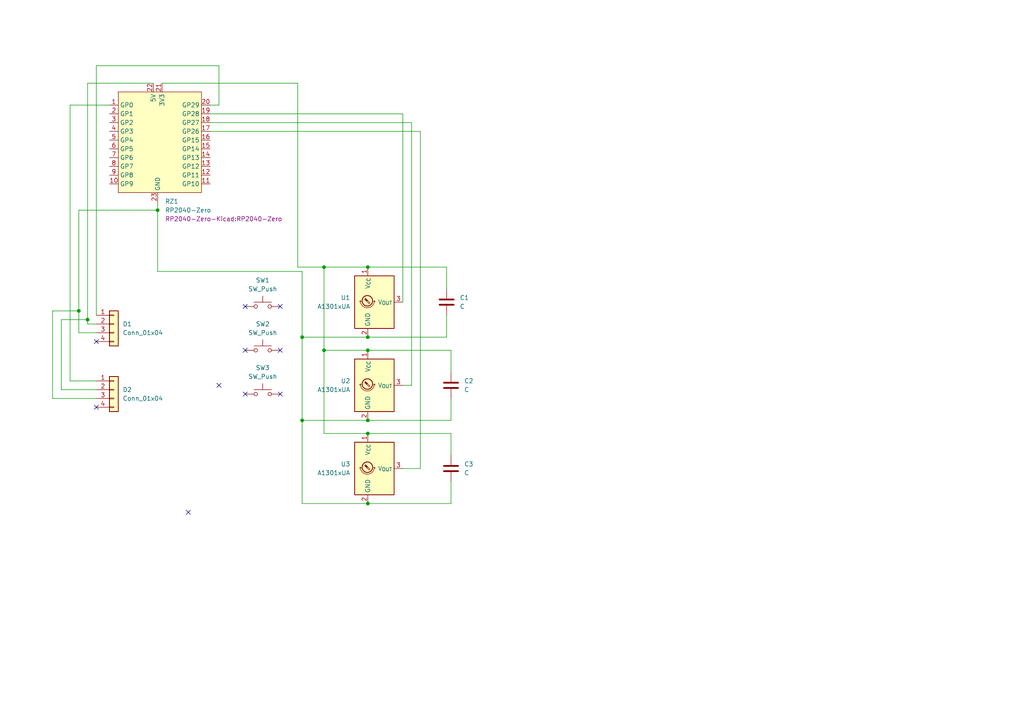
<source format=kicad_sch>
(kicad_sch (version 20250114) (generator "eeschema") (generator_version "9.0")
  (paper "A4")
  (lib_symbols
    (symbol "Connector_Generic:Conn_01x04" (pin_names (offset 1.016) (hide yes))
      (property "Reference" "J" (at 0 5.08 0))
      (property "Value" "Conn_01x04" (at 0 -7.62 0))
      (symbol "Conn_01x04_1_1"
        (rectangle (start -1.27 3.81) (end 1.27 -6.35) (stroke (width 0.254)) (fill (type background)))
        (rectangle (start -1.27 2.667) (end 0 2.413) (stroke (width 0.1524)))
        (rectangle (start -1.27 0.127) (end 0 -0.127) (stroke (width 0.1524)))
        (rectangle (start -1.27 -2.413) (end 0 -2.667) (stroke (width 0.1524)))
        (rectangle (start -1.27 -4.953) (end 0 -5.207) (stroke (width 0.1524)))
        (pin passive line (at -5.08 2.54 0) (length 3.81) (name "Pin_1") (number "1"))
        (pin passive line (at -5.08 0 0) (length 3.81) (name "Pin_2") (number "2"))
        (pin passive line (at -5.08 -2.54 0) (length 3.81) (name "Pin_3") (number "3"))
        (pin passive line (at -5.08 -5.08 0) (length 3.81) (name "Pin_4") (number "4"))
      )
    )
    (symbol "Device:C" (pin_numbers (hide yes)) (pin_names (offset 0.254))
      (property "Reference" "C" (at 0.635 2.54 0))
      (property "Value" "C" (at 0.635 -2.54 0))
      (symbol "C_0_1"
        (polyline (pts (xy -2.032 0.762) (xy 2.032 0.762)) (stroke (width 0.508)))
        (polyline (pts (xy -2.032 -0.762) (xy 2.032 -0.762)) (stroke (width 0.508)))
      )
      (symbol "C_1_1"
        (pin passive line (at 0 3.81 270) (length 2.794) (name "~") (number "1"))
        (pin passive line (at 0 -3.81 90) (length 2.794) (name "~") (number "2"))
      )
    )
    (symbol "Sensor_Magnetic:A1301xUA"
      (property "Reference" "U" (at 0 11.43 0))
      (property "Value" "A1301xUA" (at 0 8.89 0))
      (symbol "A1301xUA_0_1"
        (rectangle (start -6.35 7.62) (end 5.08 -7.62) (stroke (width 0.254)) (fill (type background)))
        (polyline (pts (xy -4.699 0.381) (xy -4.953 0.127)))
        (polyline (pts (xy -4.699 0.381) (xy -4.445 0.127)))
        (polyline (pts (xy -3.4544 0.8382) (xy -2.8702 0.254) (xy -2.6162 0.508) (xy -3.2004 1.0922) (xy -3.4544 0.8382)) (fill (type outline)))
        (arc (start -0.635 0.381) (mid -2.667 -1.651) (end -4.699 0.381))
        (polyline (pts (xy -0.635 0.381) (xy -0.889 0.127)))
        (polyline (pts (xy -0.635 0.381) (xy -0.381 0.127)))
      )
      (symbol "A1301xUA_1_1"
        (circle (center -2.667 0.381) (radius 1.524) (stroke (width 0.254)))
        (polyline (pts (xy -2.6162 0.508) (xy -1.9304 -0.1778) (xy -2.1844 -0.4318) (xy -2.8702 0.254)))
        (pin power_in line (at -2.54 10.16 270) (length 2.54) (name "V_{CC}") (number "1"))
        (pin power_in line (at -2.54 -10.16 90) (length 2.54) (name "GND") (number "2"))
        (pin output line (at 7.62 0 180) (length 2.54) (name "V_{OUT}") (number "3"))
      )
    )
    (symbol "Switch:SW_Push" (pin_numbers (hide yes)) (pin_names (offset 1.016) (hide yes))
      (property "Reference" "SW" (at 1.27 2.54 0))
      (property "Value" "SW_Push" (at 0 -1.524 0))
      (symbol "SW_Push_0_1"
        (circle (center -2.032 0) (radius 0.508))
        (polyline (pts (xy 0 1.27) (xy 0 3.048)))
        (circle (center 2.032 0) (radius 0.508))
        (polyline (pts (xy 2.54 1.27) (xy -2.54 1.27)))
        (pin passive line (at -5.08 0 0) (length 2.54) (name "1") (number "1"))
        (pin passive line (at 5.08 0 180) (length 2.54) (name "2") (number "2"))
      )
    )
    (symbol "rp2040-zero:RP2040-Zero"
      (property "Reference" "RZ" (at 0 0 0))
      (property "Value" "RP2040-Zero" (at 0 -2.54 0))
      (property "Footprint" "RP2040-Zero:RP2040-Zero" (at 0 0 0))
      (symbol "RP2040-Zero_0_1"
        (rectangle (start -11.43 -15.24) (end 12.7 13.97) (fill (type background)))
      )
      (symbol "RP2040-Zero_1_1"
        (pin bidirectional line (at -13.97 10.16 0) (length 2.54) (name "GP0") (number "1"))
        (pin bidirectional line (at -13.97 7.62 0) (length 2.54) (name "GP1") (number "2"))
        (pin bidirectional line (at -13.97 5.08 0) (length 2.54) (name "GP2") (number "3"))
        (pin bidirectional line (at -13.97 2.54 0) (length 2.54) (name "GP3") (number "4"))
        (pin bidirectional line (at -13.97 0 0) (length 2.54) (name "GP4") (number "5"))
        (pin bidirectional line (at -13.97 -2.54 0) (length 2.54) (name "GP5") (number "6"))
        (pin bidirectional line (at -13.97 -5.08 0) (length 2.54) (name "GP6") (number "7"))
        (pin bidirectional line (at -13.97 -7.62 0) (length 2.54) (name "GP7") (number "8"))
        (pin bidirectional line (at -13.97 -10.16 0) (length 2.54) (name "GP8") (number "9"))
        (pin bidirectional line (at -13.97 -12.7 0) (length 2.54) (name "GP9") (number "10"))
        (pin power_in line (at -1.27 16.51 270) (length 2.54) (name "5V") (number "22"))
        (pin power_in line (at 0 -17.78 90) (length 2.54) (name "GND") (number "23"))
        (pin power_in line (at 1.27 16.51 270) (length 2.54) (name "3V3") (number "21"))
        (pin bidirectional line (at 15.24 10.16 180) (length 2.54) (name "GP29") (number "20"))
        (pin bidirectional line (at 15.24 7.62 180) (length 2.54) (name "GP28") (number "19"))
        (pin bidirectional line (at 15.24 5.08 180) (length 2.54) (name "GP27") (number "18"))
        (pin bidirectional line (at 15.24 2.54 180) (length 2.54) (name "GP26") (number "17"))
        (pin bidirectional line (at 15.24 0 180) (length 2.54) (name "GP15") (number "16"))
        (pin bidirectional line (at 15.24 -2.54 180) (length 2.54) (name "GP14") (number "15"))
        (pin bidirectional line (at 15.24 -5.08 180) (length 2.54) (name "GP13") (number "14"))
        (pin bidirectional line (at 15.24 -7.62 180) (length 2.54) (name "GP12") (number "13"))
        (pin bidirectional line (at 15.24 -10.16 180) (length 2.54) (name "GP11") (number "12"))
        (pin bidirectional line (at 15.24 -12.7 180) (length 2.54) (name "GP10") (number "11"))
      )
    )
  )
  (junction (at 87.63 97.79))
  (junction (at 106.68 101.6))
  (junction (at 87.63 121.92))
  (junction (at 22.86 90.17))
  (junction (at 25.4 92.71))
  (junction (at 45.72 60.96))
  (junction (at 106.68 121.92))
  (junction (at 106.68 97.79))
  (junction (at 93.98 101.6))
  (junction (at 93.98 77.47))
  (junction (at 106.68 77.47))
  (junction (at 106.68 125.73))
  (junction (at 106.68 146.05))
  (no_connect (at 63.5 111.76))
  (no_connect (at 81.28 88.9))
  (no_connect (at 71.12 101.6))
  (no_connect (at 81.28 114.3))
  (no_connect (at 71.12 88.9))
  (no_connect (at 27.94 99.06))
  (no_connect (at 54.61 148.59))
  (no_connect (at 27.94 118.11))
  (no_connect (at 71.12 114.3))
  (no_connect (at 81.28 101.6))
  (wire (pts (xy 130.81 107.95) (xy 130.81 101.6)))
  (wire (pts (xy 116.84 87.63) (xy 116.84 33.02)))
  (wire (pts (xy 87.63 97.79) (xy 106.68 97.79)))
  (wire (pts (xy 106.68 101.6) (xy 130.81 101.6)))
  (wire (pts (xy 27.94 113.03) (xy 17.78 113.03)))
  (wire (pts (xy 119.38 111.76) (xy 119.38 35.56)))
  (wire (pts (xy 25.4 93.98) (xy 25.4 92.71)))
  (wire (pts (xy 27.94 96.52) (xy 22.86 96.52)))
  (wire (pts (xy 119.38 35.56) (xy 60.96 35.56)))
  (wire (pts (xy 87.63 146.05) (xy 106.68 146.05)))
  (wire (pts (xy 86.36 77.47) (xy 93.98 77.47)))
  (wire (pts (xy 63.5 19.05) (xy 63.5 30.48)))
  (wire (pts (xy 130.81 146.05) (xy 106.68 146.05)))
  (wire (pts (xy 116.84 33.02) (xy 60.96 33.02)))
  (wire (pts (xy 22.86 90.17) (xy 22.86 60.96)))
  (wire (pts (xy 130.81 139.7) (xy 130.81 146.05)))
  (wire (pts (xy 93.98 125.73) (xy 106.68 125.73)))
  (wire (pts (xy 129.54 97.79) (xy 106.68 97.79)))
  (wire (pts (xy 15.24 90.17) (xy 22.86 90.17)))
  (wire (pts (xy 121.92 38.1) (xy 60.96 38.1)))
  (wire (pts (xy 116.84 111.76) (xy 119.38 111.76)))
  (wire (pts (xy 87.63 121.92) (xy 106.68 121.92)))
  (wire (pts (xy 27.94 93.98) (xy 25.4 93.98)))
  (wire (pts (xy 106.68 77.47) (xy 129.54 77.47)))
  (wire (pts (xy 20.32 30.48) (xy 31.75 30.48)))
  (wire (pts (xy 86.36 24.13) (xy 86.36 77.47)))
  (wire (pts (xy 20.32 30.48) (xy 20.32 110.49)))
  (wire (pts (xy 27.94 115.57) (xy 15.24 115.57)))
  (wire (pts (xy 27.94 19.05) (xy 63.5 19.05)))
  (wire (pts (xy 93.98 101.6) (xy 106.68 101.6)))
  (wire (pts (xy 130.81 132.08) (xy 130.81 125.73)))
  (wire (pts (xy 46.99 24.13) (xy 86.36 24.13)))
  (wire (pts (xy 17.78 113.03) (xy 17.78 92.71)))
  (wire (pts (xy 63.5 30.48) (xy 60.96 30.48)))
  (wire (pts (xy 93.98 77.47) (xy 93.98 101.6)))
  (wire (pts (xy 93.98 77.47) (xy 106.68 77.47)))
  (wire (pts (xy 22.86 96.52) (xy 22.86 90.17)))
  (wire (pts (xy 116.84 135.89) (xy 121.92 135.89)))
  (wire (pts (xy 25.4 24.13) (xy 44.45 24.13)))
  (wire (pts (xy 87.63 121.92) (xy 87.63 146.05)))
  (wire (pts (xy 15.24 115.57) (xy 15.24 90.17)))
  (wire (pts (xy 22.86 60.96) (xy 45.72 60.96)))
  (wire (pts (xy 27.94 19.05) (xy 27.94 91.44)))
  (wire (pts (xy 17.78 92.71) (xy 25.4 92.71)))
  (wire (pts (xy 130.81 115.57) (xy 130.81 121.92)))
  (wire (pts (xy 130.81 125.73) (xy 106.68 125.73)))
  (wire (pts (xy 87.63 78.74) (xy 87.63 97.79)))
  (wire (pts (xy 129.54 91.44) (xy 129.54 97.79)))
  (wire (pts (xy 93.98 101.6) (xy 93.98 125.73)))
  (wire (pts (xy 121.92 135.89) (xy 121.92 38.1)))
  (wire (pts (xy 45.72 58.42) (xy 45.72 60.96)))
  (wire (pts (xy 25.4 92.71) (xy 25.4 24.13)))
  (wire (pts (xy 87.63 97.79) (xy 87.63 121.92)))
  (wire (pts (xy 129.54 83.82) (xy 129.54 77.47)))
  (wire (pts (xy 130.81 121.92) (xy 106.68 121.92)))
  (wire (pts (xy 45.72 60.96) (xy 45.72 78.74)))
  (wire (pts (xy 45.72 78.74) (xy 87.63 78.74)))
  (wire (pts (xy 27.94 110.49) (xy 20.32 110.49)))
  (symbol (lib_id "Sensor_Magnetic:A1301xUA") (at 109.22 135.89 0) (unit 1)
    (property "Reference" "U3" (at 101.6 134.6199 0) (effects (justify right)))
    (property "Value" "A1301xUA" (at 101.6 137.1599 0) (effects (justify right)))
    (property "Footprint" "Package_TO_SOT_THT:TO-92_Inline" (effects (hide yes)))
    (property "Datasheet" "http://www.allegromicro.com/~/media/Files/Datasheets/A1301-2-Datasheet.ashx" (effects (hide yes)))
    (property "Description" "Linear Hall Effect Sensor, 2.5 mV/G, 4.5-6.0V supply, TO-92S (3-pin SIP)" (effects (hide yes)))
  )
  (symbol (lib_id "Device:C") (at 130.81 135.89 0) (unit 1)
    (property "Reference" "C3" (at 134.62 134.6199 0) (effects (justify left)))
    (property "Value" "C" (at 134.62 137.1599 0) (effects (justify left)))
    (property "Footprint" "Capacitor_THT:C_Disc_D3.0mm_W1.6mm_P2.50mm" (effects (hide yes)))
    (property "Description" "Unpolarized capacitor" (effects (hide yes)))
  )
  (symbol (lib_id "Switch:SW_Push") (at 76.2 114.3 0) (unit 1)
    (property "Reference" "SW3" (at 76.2 106.68 0))
    (property "Value" "SW_Push" (at 76.2 109.22 0))
    (property "Footprint" "Button_Switch_Keyboard:SW_Cherry_MX_1.00u_PCB" (effects (hide yes)))
    (property "Description" "Push button switch, generic, two pins" (effects (hide yes)))
  )
  (symbol (lib_id "Switch:SW_Push") (at 76.2 88.9 0) (unit 1)
    (property "Reference" "SW1" (at 76.2 81.28 0))
    (property "Value" "SW_Push" (at 76.2 83.82 0))
    (property "Footprint" "Button_Switch_Keyboard:SW_Cherry_MX_1.00u_PCB" (effects (hide yes)))
    (property "Description" "Push button switch, generic, two pins" (effects (hide yes)))
  )
  (symbol (lib_id "Switch:SW_Push") (at 76.2 101.6 0) (unit 1)
    (property "Reference" "SW2" (at 76.2 93.98 0))
    (property "Value" "SW_Push" (at 76.2 96.52 0))
    (property "Footprint" "Button_Switch_Keyboard:SW_Cherry_MX_1.00u_PCB" (effects (hide yes)))
    (property "Description" "Push button switch, generic, two pins" (effects (hide yes)))
  )
  (symbol (lib_id "Device:C") (at 129.54 87.63 0) (unit 1)
    (property "Reference" "C1" (at 133.35 86.3599 0) (effects (justify left)))
    (property "Value" "C" (at 133.35 88.8999 0) (effects (justify left)))
    (property "Footprint" "Capacitor_THT:C_Disc_D3.0mm_W1.6mm_P2.50mm" (effects (hide yes)))
    (property "Description" "Unpolarized capacitor" (effects (hide yes)))
  )
  (symbol (lib_id "Device:C") (at 130.81 111.76 0) (unit 1)
    (property "Reference" "C2" (at 134.62 110.4899 0) (effects (justify left)))
    (property "Value" "C" (at 134.62 113.0299 0) (effects (justify left)))
    (property "Footprint" "Capacitor_THT:C_Disc_D3.0mm_W1.6mm_P2.50mm" (effects (hide yes)))
    (property "Description" "Unpolarized capacitor" (effects (hide yes)))
  )
  (symbol (lib_id "Sensor_Magnetic:A1301xUA") (at 109.22 87.63 0) (unit 1)
    (property "Reference" "U1" (at 101.6 86.3599 0) (effects (justify right)))
    (property "Value" "A1301xUA" (at 101.6 88.8999 0) (effects (justify right)))
    (property "Footprint" "Package_TO_SOT_THT:TO-92_Inline" (effects (hide yes)))
    (property "Datasheet" "http://www.allegromicro.com/~/media/Files/Datasheets/A1301-2-Datasheet.ashx" (effects (hide yes)))
    (property "Description" "Linear Hall Effect Sensor, 2.5 mV/G, 4.5-6.0V supply, TO-92S (3-pin SIP)" (effects (hide yes)))
  )
  (symbol (lib_id "Connector_Generic:Conn_01x04") (at 33.02 93.98 0) (unit 1)
    (property "Reference" "D1" (at 35.56 93.9799 0) (effects (justify left)))
    (property "Value" "Conn_01x04" (at 35.56 96.5199 0) (effects (justify left)))
    (property "Footprint" "Connector_PinHeader_2.54mm:PinHeader_1x04_P2.54mm_Vertical" (effects (hide yes)))
    (property "Description" "Generic connector, single row, 01x04, script generated (kicad-library-utils/schlib/autogen/connector/)" (effects (hide yes)))
  )
  (symbol (lib_id "rp2040-zero:RP2040-Zero") (at 45.72 40.64 0) (unit 1)
    (property "Reference" "RZ1" (at 47.8633 58.42 0) (effects (justify left)))
    (property "Value" "RP2040-Zero" (at 47.8633 60.96 0) (effects (justify left)))
    (property "Footprint" "RP2040-Zero-Kicad:RP2040-Zero" (at 47.8633 63.5 0) (effects (justify left)))
  )
  (symbol (lib_id "Sensor_Magnetic:A1301xUA") (at 109.22 111.76 0) (unit 1)
    (property "Reference" "U2" (at 101.6 110.4899 0) (effects (justify right)))
    (property "Value" "A1301xUA" (at 101.6 113.0299 0) (effects (justify right)))
    (property "Footprint" "Package_TO_SOT_THT:TO-92_Inline" (effects (hide yes)))
    (property "Datasheet" "http://www.allegromicro.com/~/media/Files/Datasheets/A1301-2-Datasheet.ashx" (effects (hide yes)))
    (property "Description" "Linear Hall Effect Sensor, 2.5 mV/G, 4.5-6.0V supply, TO-92S (3-pin SIP)" (effects (hide yes)))
  )
  (symbol (lib_id "Connector_Generic:Conn_01x04") (at 33.02 113.03 0) (unit 1)
    (property "Reference" "D2" (at 35.56 113.0299 0) (effects (justify left)))
    (property "Value" "Conn_01x04" (at 35.56 115.5699 0) (effects (justify left)))
    (property "Footprint" "Connector_PinHeader_2.54mm:PinHeader_1x04_P2.54mm_Vertical" (effects (hide yes)))
    (property "Description" "Generic connector, single row, 01x04, script generated (kicad-library-utils/schlib/autogen/connector/)" (effects (hide yes)))
  )
)
</source>
